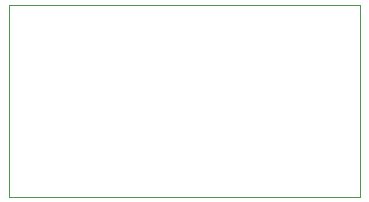
<source format=gbr>
G04 #@! TF.GenerationSoftware,KiCad,Pcbnew,(5.1.5)-3*
G04 #@! TF.CreationDate,2020-06-19T18:53:09+01:00*
G04 #@! TF.ProjectId,gardenlight,67617264-656e-46c6-9967-68742e6b6963,1.0.1*
G04 #@! TF.SameCoordinates,Original*
G04 #@! TF.FileFunction,Profile,NP*
%FSLAX46Y46*%
G04 Gerber Fmt 4.6, Leading zero omitted, Abs format (unit mm)*
G04 Created by KiCad (PCBNEW (5.1.5)-3) date 2020-06-19 18:53:09*
%MOMM*%
%LPD*%
G04 APERTURE LIST*
%ADD10C,0.050000*%
G04 APERTURE END LIST*
D10*
X97536000Y-96266000D02*
X97536000Y-80010000D01*
X127254000Y-96266000D02*
X97536000Y-96266000D01*
X127254000Y-80010000D02*
X127254000Y-96266000D01*
X97536000Y-80010000D02*
X127254000Y-80010000D01*
M02*

</source>
